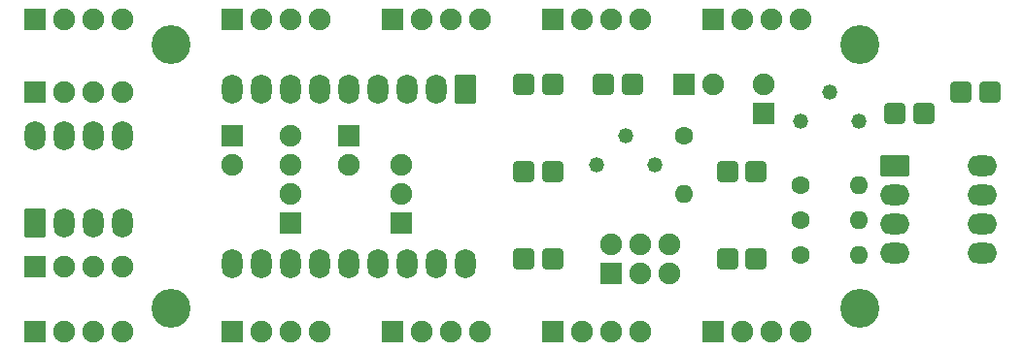
<source format=gts>
G04 #@! TF.GenerationSoftware,KiCad,Pcbnew,8.0.5*
G04 #@! TF.CreationDate,2024-10-16T23:13:09+09:00*
G04 #@! TF.ProjectId,20240922_FV-1,32303234-3039-4323-925f-46562d312e6b,rev?*
G04 #@! TF.SameCoordinates,Original*
G04 #@! TF.FileFunction,Soldermask,Top*
G04 #@! TF.FilePolarity,Negative*
%FSLAX46Y46*%
G04 Gerber Fmt 4.6, Leading zero omitted, Abs format (unit mm)*
G04 Created by KiCad (PCBNEW 8.0.5) date 2024-10-16 23:13:09*
%MOMM*%
%LPD*%
G01*
G04 APERTURE LIST*
G04 Aperture macros list*
%AMRoundRect*
0 Rectangle with rounded corners*
0 $1 Rounding radius*
0 $2 $3 $4 $5 $6 $7 $8 $9 X,Y pos of 4 corners*
0 Add a 4 corners polygon primitive as box body*
4,1,4,$2,$3,$4,$5,$6,$7,$8,$9,$2,$3,0*
0 Add four circle primitives for the rounded corners*
1,1,$1+$1,$2,$3*
1,1,$1+$1,$4,$5*
1,1,$1+$1,$6,$7*
1,1,$1+$1,$8,$9*
0 Add four rect primitives between the rounded corners*
20,1,$1+$1,$2,$3,$4,$5,0*
20,1,$1+$1,$4,$5,$6,$7,0*
20,1,$1+$1,$6,$7,$8,$9,0*
20,1,$1+$1,$8,$9,$2,$3,0*%
G04 Aperture macros list end*
%ADD10C,3.400000*%
%ADD11RoundRect,0.100000X0.850000X-0.850000X0.850000X0.850000X-0.850000X0.850000X-0.850000X-0.850000X0*%
%ADD12O,1.900000X1.900000*%
%ADD13RoundRect,0.281250X0.618750X0.618750X-0.618750X0.618750X-0.618750X-0.618750X0.618750X-0.618750X0*%
%ADD14RoundRect,0.100000X-1.200000X-0.800000X1.200000X-0.800000X1.200000X0.800000X-1.200000X0.800000X0*%
%ADD15O,2.600000X1.800000*%
%ADD16RoundRect,0.281250X-0.618750X-0.618750X0.618750X-0.618750X0.618750X0.618750X-0.618750X0.618750X0*%
%ADD17C,1.600000*%
%ADD18O,1.600000X1.600000*%
%ADD19C,1.320000*%
%ADD20RoundRect,0.100000X0.850000X0.850000X-0.850000X0.850000X-0.850000X-0.850000X0.850000X-0.850000X0*%
%ADD21RoundRect,0.100000X0.800000X-1.200000X0.800000X1.200000X-0.800000X1.200000X-0.800000X-1.200000X0*%
%ADD22O,1.800000X2.600000*%
%ADD23RoundRect,0.100000X-0.800000X1.200000X-0.800000X-1.200000X0.800000X-1.200000X0.800000X1.200000X0*%
%ADD24RoundRect,0.100000X-0.850000X-0.850000X0.850000X-0.850000X0.850000X0.850000X-0.850000X0.850000X0*%
G04 APERTURE END LIST*
D10*
X185500000Y-106500000D03*
D11*
X113665000Y-87630000D03*
D12*
X116205000Y-87630000D03*
X118745000Y-87630000D03*
X121285000Y-87630000D03*
D10*
X125500000Y-83500000D03*
D13*
X176490000Y-94615000D03*
X173990000Y-94615000D03*
D14*
X188595000Y-94107000D03*
D15*
X188595000Y-96647000D03*
X188595000Y-99187000D03*
X188595000Y-101727000D03*
X196215000Y-101727000D03*
X196215000Y-99187000D03*
X196215000Y-96647000D03*
X196215000Y-94107000D03*
D16*
X156257200Y-86995000D03*
X158757200Y-86995000D03*
D17*
X180340000Y-101854000D03*
D18*
X185420000Y-101854000D03*
D11*
X130810000Y-81280000D03*
D12*
X133350000Y-81280000D03*
X135890000Y-81280000D03*
X138430000Y-81280000D03*
D11*
X172720000Y-81280000D03*
D12*
X175260000Y-81280000D03*
X177800000Y-81280000D03*
X180340000Y-81280000D03*
D16*
X156250000Y-94615000D03*
X158750000Y-94615000D03*
D11*
X144780000Y-108585000D03*
D12*
X147320000Y-108585000D03*
X149860000Y-108585000D03*
X152400000Y-108585000D03*
D11*
X113665000Y-81280000D03*
D12*
X116205000Y-81280000D03*
X118745000Y-81280000D03*
X121285000Y-81280000D03*
D11*
X158750000Y-108585000D03*
D12*
X161290000Y-108585000D03*
X163830000Y-108585000D03*
X166370000Y-108585000D03*
D17*
X180340000Y-98806000D03*
D18*
X185420000Y-98806000D03*
D13*
X165695000Y-86995000D03*
X163195000Y-86995000D03*
X176490000Y-102235000D03*
X173990000Y-102235000D03*
X196850000Y-87630000D03*
X194350000Y-87630000D03*
D11*
X170180000Y-86995000D03*
D12*
X172720000Y-86995000D03*
D11*
X172720000Y-108585000D03*
D12*
X175260000Y-108585000D03*
X177800000Y-108585000D03*
X180340000Y-108585000D03*
D19*
X162560000Y-93980000D03*
X165100000Y-91440000D03*
X167640000Y-93980000D03*
D11*
X113665000Y-102870000D03*
D12*
X116205000Y-102870000D03*
X118745000Y-102870000D03*
X121285000Y-102870000D03*
D10*
X125500000Y-106500000D03*
D11*
X144780000Y-81280000D03*
D12*
X147320000Y-81280000D03*
X149860000Y-81280000D03*
X152400000Y-81280000D03*
D20*
X177165000Y-89535000D03*
D12*
X177165000Y-86995000D03*
D17*
X170180000Y-91440000D03*
D18*
X170180000Y-96520000D03*
D17*
X180340000Y-95758000D03*
D18*
X185420000Y-95758000D03*
D16*
X156250000Y-102235000D03*
X158750000Y-102235000D03*
D11*
X158750000Y-81280000D03*
D12*
X161290000Y-81280000D03*
X163830000Y-81280000D03*
X166370000Y-81280000D03*
D19*
X180340000Y-90170000D03*
X182880000Y-87630000D03*
X185420000Y-90170000D03*
D10*
X185500000Y-83500000D03*
D11*
X130810000Y-108585000D03*
D12*
X133350000Y-108585000D03*
X135890000Y-108585000D03*
X138430000Y-108585000D03*
D21*
X113665000Y-99060000D03*
D22*
X116205000Y-99060000D03*
X118745000Y-99060000D03*
X121285000Y-99060000D03*
X121285000Y-91440000D03*
X118745000Y-91440000D03*
X116205000Y-91440000D03*
X113665000Y-91440000D03*
D13*
X191095000Y-89535000D03*
X188595000Y-89535000D03*
D23*
X151130000Y-87376000D03*
D22*
X148590000Y-87376000D03*
X146050000Y-87376000D03*
X143510000Y-87376000D03*
X140970000Y-87376000D03*
X138430000Y-87376000D03*
X135890000Y-87376000D03*
X133350000Y-87376000D03*
X130810000Y-87376000D03*
X130810000Y-102616000D03*
X133350000Y-102616000D03*
X135890000Y-102616000D03*
X138430000Y-102616000D03*
X140970000Y-102616000D03*
X143510000Y-102616000D03*
X146050000Y-102616000D03*
X148590000Y-102616000D03*
X151130000Y-102616000D03*
D11*
X163830000Y-103505000D03*
D12*
X163830000Y-100965000D03*
X166370000Y-103505000D03*
X166370000Y-100965000D03*
X168910000Y-103505000D03*
X168910000Y-100965000D03*
D11*
X113665000Y-108585000D03*
D12*
X116205000Y-108585000D03*
X118745000Y-108585000D03*
X121285000Y-108585000D03*
D24*
X145542000Y-99060000D03*
D12*
X145542000Y-96520000D03*
X145542000Y-93980000D03*
D20*
X130810000Y-91440000D03*
D12*
X130810000Y-93980000D03*
D24*
X135890000Y-99060000D03*
D12*
X135890000Y-96520000D03*
X135890000Y-93980000D03*
X135890000Y-91440000D03*
D20*
X140970000Y-91440000D03*
D12*
X140970000Y-93980000D03*
M02*

</source>
